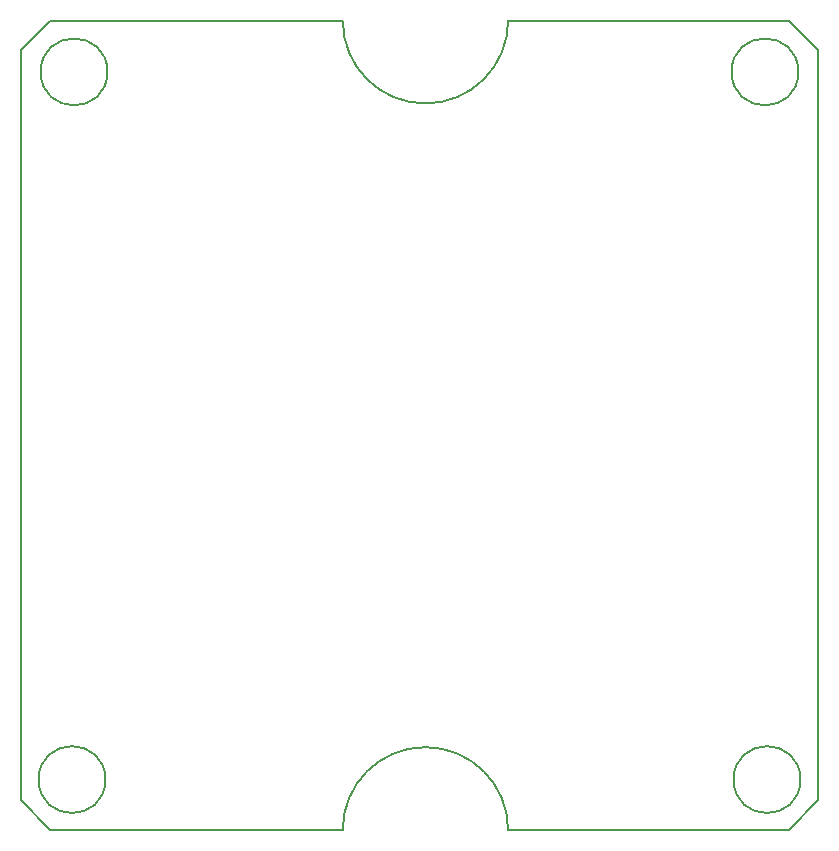
<source format=gm1>
G04 #@! TF.GenerationSoftware,KiCad,Pcbnew,5.0.0-rc2*
G04 #@! TF.CreationDate,2019-05-01T21:11:32-04:00*
G04 #@! TF.ProjectId,gassensor,67617373656E736F722E6B696361645F,rev?*
G04 #@! TF.SameCoordinates,Original*
G04 #@! TF.FileFunction,Profile,NP*
%FSLAX46Y46*%
G04 Gerber Fmt 4.6, Leading zero omitted, Abs format (unit mm)*
G04 Created by KiCad (PCBNEW 5.0.0-rc2) date Wed May  1 21:11:32 2019*
%MOMM*%
%LPD*%
G01*
G04 APERTURE LIST*
%ADD10C,0.152400*%
G04 APERTURE END LIST*
D10*
X105828427Y-64578427D02*
G75*
G03X105828427Y-64578427I-2828427J0D01*
G01*
X164328427Y-64578427D02*
G75*
G03X164328427Y-64578427I-2828427J0D01*
G01*
X105656854Y-124500000D02*
G75*
G03X105656854Y-124500000I-2828427J0D01*
G01*
X164500000Y-124500000D02*
G75*
G03X164500000Y-124500000I-2828427J0D01*
G01*
X125750000Y-60250000D02*
X101000000Y-60250000D01*
X163500000Y-60250000D02*
X139750000Y-60250000D01*
X166000000Y-126250000D02*
X166000000Y-62750000D01*
X139750000Y-128750000D02*
X163500000Y-128750000D01*
X101000000Y-128750000D02*
X125750000Y-128750000D01*
X98500000Y-62750000D02*
X98500000Y-126250000D01*
X166000000Y-62750000D02*
X163500000Y-60250000D01*
X163500000Y-128750000D02*
X166000000Y-126250000D01*
X98500000Y-126250000D02*
X101000000Y-128750000D01*
X101000000Y-60250000D02*
X98500000Y-62750000D01*
X132750000Y-67250000D02*
G75*
G03X139750000Y-60250000I0J7000000D01*
G01*
X125750000Y-60250000D02*
G75*
G03X132750000Y-67250000I7000000J0D01*
G01*
X132750000Y-121750000D02*
G75*
G02X139750000Y-128750000I0J-7000000D01*
G01*
X125750000Y-128750000D02*
G75*
G02X132750000Y-121750000I7000000J0D01*
G01*
M02*

</source>
